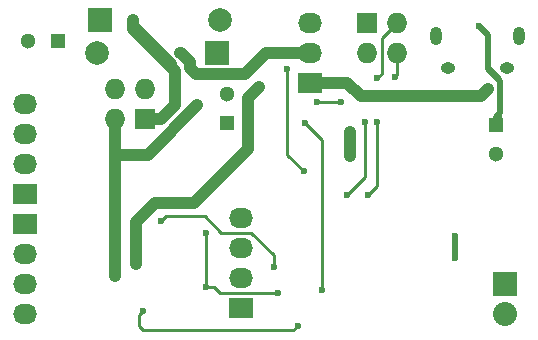
<source format=gbr>
G04 #@! TF.FileFunction,Copper,L2,Bot,Signal*
%FSLAX46Y46*%
G04 Gerber Fmt 4.6, Leading zero omitted, Abs format (unit mm)*
G04 Created by KiCad (PCBNEW (2015-08-05 BZR 6055, Git fa29c62)-product) date 24/12/2015 2:00:31 PM*
%MOMM*%
G01*
G04 APERTURE LIST*
%ADD10C,0.100000*%
%ADD11C,1.300000*%
%ADD12R,1.300000X1.300000*%
%ADD13C,1.998980*%
%ADD14R,1.998980X1.998980*%
%ADD15R,2.032000X1.727200*%
%ADD16O,2.032000X1.727200*%
%ADD17O,1.250000X0.950000*%
%ADD18O,1.000000X1.550000*%
%ADD19R,1.727200X1.727200*%
%ADD20O,1.727200X1.727200*%
%ADD21R,2.032000X2.032000*%
%ADD22O,2.032000X2.032000*%
%ADD23C,0.600000*%
%ADD24C,1.016000*%
%ADD25C,0.250000*%
%ADD26C,0.508000*%
%ADD27C,0.254000*%
G04 APERTURE END LIST*
D10*
D11*
X76494000Y-136906000D03*
D12*
X78994000Y-136906000D03*
D11*
X93345000Y-141391000D03*
D12*
X93345000Y-143891000D03*
D11*
X116078000Y-146518000D03*
D12*
X116078000Y-144018000D03*
D13*
X92710000Y-135125460D03*
D14*
X82550000Y-135125460D03*
D13*
X82296000Y-137924540D03*
D14*
X92456000Y-137924540D03*
D15*
X94488000Y-159512000D03*
D16*
X94488000Y-156972000D03*
X94488000Y-154432000D03*
X94488000Y-151892000D03*
D17*
X117054900Y-139230540D03*
X112054900Y-139230540D03*
D18*
X118054900Y-136530540D03*
X111054900Y-136530540D03*
D15*
X76200000Y-149860000D03*
D16*
X76200000Y-147320000D03*
X76200000Y-144780000D03*
X76200000Y-142240000D03*
D19*
X105156000Y-135382000D03*
D20*
X107696000Y-135382000D03*
X105156000Y-137922000D03*
X107696000Y-137922000D03*
D15*
X100330000Y-140462000D03*
D16*
X100330000Y-137922000D03*
X100330000Y-135382000D03*
D15*
X76200000Y-152400000D03*
D16*
X76200000Y-154940000D03*
X76200000Y-157480000D03*
X76200000Y-160020000D03*
D19*
X86360000Y-143510000D03*
D20*
X83820000Y-143510000D03*
X86360000Y-140970000D03*
X83820000Y-140970000D03*
D21*
X116840000Y-157480000D03*
D22*
X116840000Y-160020000D03*
D23*
X85598000Y-155829000D03*
X96012000Y-140843000D03*
X111125000Y-141605000D03*
X115443000Y-140970000D03*
X103759000Y-144653000D03*
X103759000Y-146685000D03*
X112649000Y-155321000D03*
X112649000Y-153416000D03*
X114681000Y-135636000D03*
X90805000Y-142367000D03*
X102997000Y-142113000D03*
X100965000Y-142113000D03*
X83820000Y-156845000D03*
X89408000Y-137922000D03*
X85344000Y-135128000D03*
X99949000Y-143891000D03*
X101346000Y-157988000D03*
X99314000Y-161036000D03*
X86233000Y-159766000D03*
X98425000Y-139319000D03*
X99822000Y-147955000D03*
X106045000Y-140081000D03*
X105029000Y-143764000D03*
X103505000Y-149987000D03*
X107569000Y-139954000D03*
X106045000Y-143764000D03*
X105283000Y-149987000D03*
X97282000Y-156083000D03*
X87757000Y-152146000D03*
X91567000Y-153162000D03*
X97663000Y-158242000D03*
X91567000Y-157734000D03*
D24*
X100330000Y-140462000D02*
X103505000Y-140462000D01*
X103505000Y-140462000D02*
X104648000Y-141605000D01*
X104648000Y-141605000D02*
X111125000Y-141605000D01*
X111125000Y-141605000D02*
X114808000Y-141605000D01*
X114808000Y-141605000D02*
X115443000Y-140970000D01*
X85598000Y-152273000D02*
X85598000Y-155829000D01*
X87249000Y-150622000D02*
X85598000Y-152273000D01*
X90551000Y-150622000D02*
X87249000Y-150622000D01*
X95123000Y-146050000D02*
X90551000Y-150622000D01*
X95123000Y-141732000D02*
X95123000Y-146050000D01*
X96012000Y-140843000D02*
X95123000Y-141732000D01*
D25*
X112649000Y-141605000D02*
X111125000Y-141605000D01*
X115443000Y-140970000D02*
X114808000Y-141605000D01*
X114808000Y-141605000D02*
X112649000Y-141605000D01*
X111125000Y-141605000D02*
X104648000Y-141605000D01*
X104648000Y-141605000D02*
X103505000Y-140462000D01*
D24*
X103759000Y-144653000D02*
X103759000Y-146685000D01*
D26*
X112649000Y-153416000D02*
X112649000Y-155321000D01*
X115443000Y-139065000D02*
X115443000Y-139319000D01*
X116459000Y-143002000D02*
X116078000Y-143383000D01*
X116459000Y-140335000D02*
X116459000Y-143002000D01*
X115443000Y-139319000D02*
X116459000Y-140335000D01*
X116078000Y-143383000D02*
X116078000Y-144018000D01*
X115443000Y-139065000D02*
X115443000Y-136398000D01*
X115443000Y-136398000D02*
X114681000Y-135636000D01*
D25*
X116459000Y-140081000D02*
X116459000Y-143637000D01*
X114681000Y-135636000D02*
X115443000Y-136398000D01*
X115443000Y-139065000D02*
X116459000Y-140081000D01*
X116459000Y-143637000D02*
X116078000Y-144018000D01*
D24*
X83820000Y-146558000D02*
X86614000Y-146558000D01*
X86614000Y-146558000D02*
X90805000Y-142367000D01*
X83820000Y-156845000D02*
X83820000Y-146558000D01*
X83820000Y-146558000D02*
X83820000Y-143510000D01*
D25*
X100965000Y-142113000D02*
X102997000Y-142113000D01*
D24*
X100330000Y-137922000D02*
X96647000Y-137922000D01*
X96647000Y-137922000D02*
X94869000Y-139700000D01*
X94869000Y-139700000D02*
X90678000Y-139700000D01*
X90678000Y-139700000D02*
X90170000Y-139192000D01*
X90170000Y-139192000D02*
X90170000Y-138684000D01*
X90170000Y-138684000D02*
X89452564Y-137966564D01*
X89452564Y-137966564D02*
X89363436Y-137966564D01*
X89363436Y-137966564D02*
X89408000Y-137922000D01*
D27*
X90170000Y-138684000D02*
X89408000Y-137922000D01*
X90170000Y-139192000D02*
X90170000Y-138684000D01*
X90678000Y-139700000D02*
X90170000Y-139192000D01*
X94869000Y-139700000D02*
X90678000Y-139700000D01*
X96647000Y-137922000D02*
X94869000Y-139700000D01*
D24*
X86360000Y-143510000D02*
X87757000Y-143510000D01*
X87757000Y-143510000D02*
X88900000Y-142367000D01*
X88900000Y-142367000D02*
X88900000Y-139446000D01*
X88900000Y-139446000D02*
X85344000Y-135890000D01*
X85344000Y-135890000D02*
X85344000Y-135128000D01*
D27*
X88900000Y-142367000D02*
X87757000Y-143510000D01*
X88900000Y-138684000D02*
X88900000Y-142367000D01*
X85344000Y-135128000D02*
X88900000Y-138684000D01*
X99949000Y-143891000D02*
X101346000Y-145288000D01*
X101346000Y-145288000D02*
X101346000Y-157988000D01*
X98933000Y-161417000D02*
X99314000Y-161036000D01*
X86233000Y-161417000D02*
X98933000Y-161417000D01*
X85852000Y-161036000D02*
X86233000Y-161417000D01*
X85852000Y-160147000D02*
X85852000Y-161036000D01*
X86233000Y-159766000D02*
X85852000Y-160147000D01*
D25*
X98425000Y-146558000D02*
X98425000Y-139319000D01*
X99822000Y-147955000D02*
X98425000Y-146558000D01*
X106426000Y-136652000D02*
X107696000Y-135382000D01*
X106426000Y-139700000D02*
X106426000Y-136652000D01*
X106045000Y-140081000D02*
X106426000Y-139700000D01*
X105029000Y-148463000D02*
X105029000Y-143764000D01*
X103505000Y-149987000D02*
X105029000Y-148463000D01*
X107696000Y-139827000D02*
X107696000Y-137922000D01*
X107569000Y-139954000D02*
X107696000Y-139827000D01*
X106045000Y-149225000D02*
X106045000Y-143764000D01*
X105283000Y-149987000D02*
X106045000Y-149225000D01*
D27*
X97282000Y-155067000D02*
X97282000Y-156083000D01*
X95377000Y-153162000D02*
X97282000Y-155067000D01*
X92837000Y-153162000D02*
X95377000Y-153162000D01*
X91440000Y-151765000D02*
X92837000Y-153162000D01*
X88138000Y-151765000D02*
X91440000Y-151765000D01*
X87757000Y-152146000D02*
X88138000Y-151765000D01*
X91567000Y-157734000D02*
X91567000Y-153162000D01*
X91567000Y-157734000D02*
X92202000Y-157734000D01*
X92710000Y-158242000D02*
X97663000Y-158242000D01*
X92202000Y-157734000D02*
X92710000Y-158242000D01*
M02*

</source>
